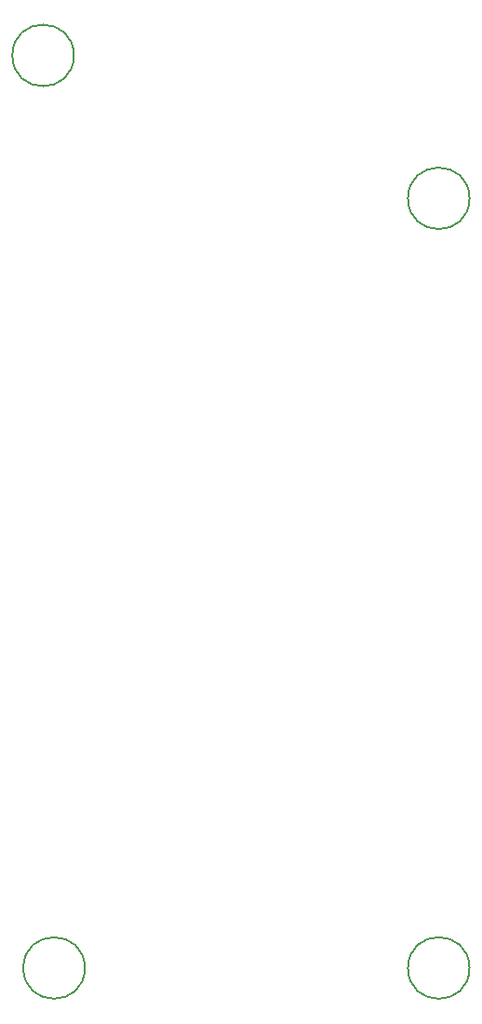
<source format=gbr>
G04 #@! TF.GenerationSoftware,KiCad,Pcbnew,6.0.7-f9a2dced07~116~ubuntu20.04.1*
G04 #@! TF.CreationDate,2022-10-13T01:02:27+01:00*
G04 #@! TF.ProjectId,OpenSpritzer_1.4,4f70656e-5370-4726-9974-7a65725f312e,rev?*
G04 #@! TF.SameCoordinates,Original*
G04 #@! TF.FileFunction,Other,Comment*
%FSLAX46Y46*%
G04 Gerber Fmt 4.6, Leading zero omitted, Abs format (unit mm)*
G04 Created by KiCad (PCBNEW 6.0.7-f9a2dced07~116~ubuntu20.04.1) date 2022-10-13 01:02:27*
%MOMM*%
%LPD*%
G01*
G04 APERTURE LIST*
%ADD10C,0.150000*%
G04 APERTURE END LIST*
D10*
X117800000Y-162950000D02*
G75*
G03*
X117800000Y-162950000I-2800000J0D01*
G01*
X152800000Y-92950000D02*
G75*
G03*
X152800000Y-92950000I-2800000J0D01*
G01*
X152800000Y-162950000D02*
G75*
G03*
X152800000Y-162950000I-2800000J0D01*
G01*
X116800000Y-79950000D02*
G75*
G03*
X116800000Y-79950000I-2800000J0D01*
G01*
M02*

</source>
